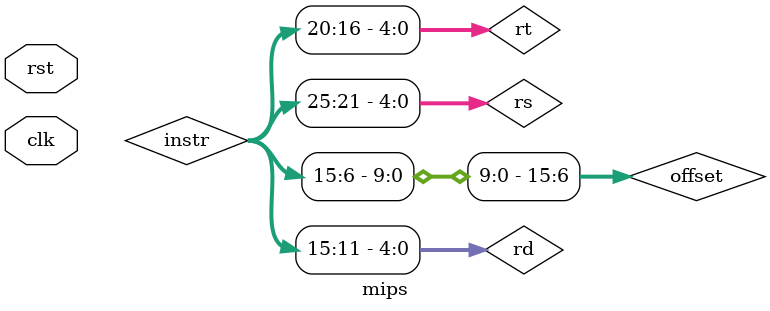
<source format=v>
`timescale 1ns / 1ps
module mips(
    input clk,
    input rst
    );
	 wire [31:2] PC;
	 wire [31:2] NPC;
	 wire [31:0] instr;
	 wire [1:0] NPCOp;
	 wire Zero;
	 wire [31:0] RData1;	//GPR->RData1
	 wire [31:0] PCLink;
	 wire [4:0] rs;		//from instr
	 wire [4:0] rt;
	 wire [4:0] rd;		
	 wire [4:0] r3;
	 wire RegWrite;		//GPR write enable
	 wire [31:0] WData;	//WData->GPR
	 wire [31:0] RData2;	//GPR->RData2
	 //wire [31:0] A;
	 wire [31:0] B;
	 wire [31:0] C;
	 wire [1:0] ALUOp;
	 wire [15:0] offset;		//ext din,from instr[15:0]
	 wire [1:0] EXTOp;
	 wire [31:0] EXT_out;
	 wire ALUSrc;				//B->AlU source
	 wire [1:0] RegDst;		//RD->GPR source
	 wire [31:0] Data_out;	//DM_out
	 wire [1:0] WDSrc;		//WData->GPR  source
	 wire MemWrite;
	 wire [5:0] Op;
	 wire [5:0] Function;
	 
	 pc pc_ins (NPC,clk,rst,PC);
	 npc npc_ins (PC,instr,NPCOp,Zero,RData1,NPC,PCLink);
	 im_4k im_4k_ins (PC[11:2],instr);
	 assign rs = instr[25:21];
	 assign rt = instr[20:16];
	 assign rd = instr[15:11];
	 gpr gpr_ins (clk,rst,rs,rt,r3,RegWrite,WData,RData1,RData2);
	 alu alu_ins (RData1,B,ALUOp,C,Zero);
	 assign offset = instr[15:0];
	 ext ext_ins (offset,EXTOp,EXT_out);
	 mux_ALUSrc mux_ALUSrc_ins (RData2,EXT_out,ALUSrc,B);
	 mux_Rd mux_Rd_ins (rt,rd,RegDst,r3);
	 mux_WDSrc mux_WDSrc_ins (C,Data_out,PCLink,WDSrc,WData);
	 dm_4k dm_4k_ins (C[11:2],RData2,MemWrite,clk,Data_out);
	 assign Op = instr[31:26];
	 assign Function = instr[5:0];
	 ctrl ctrl_ins (Op,Function,NPCOp,ALUOp,RegWrite,EXTOp,MemWrite,RegDst,ALUSrc,WDSrc);

endmodule

</source>
